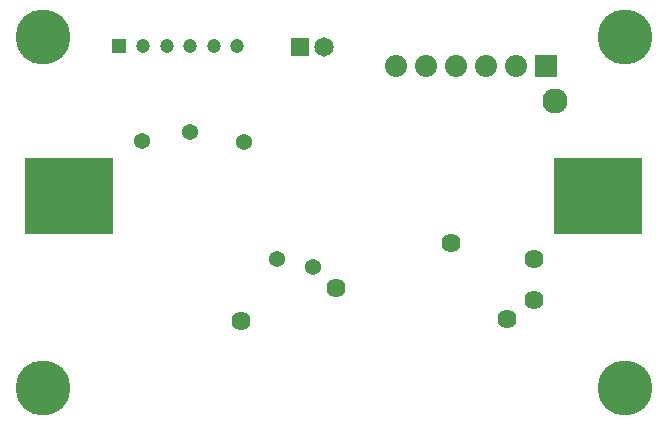
<source format=gbs>
G04*
G04 #@! TF.GenerationSoftware,Altium Limited,Altium Designer,23.4.1 (23)*
G04*
G04 Layer_Color=16711935*
%FSLAX44Y44*%
%MOMM*%
G71*
G04*
G04 #@! TF.SameCoordinates,A0B98803-91D0-4B0B-9526-B44C3162FC5B*
G04*
G04*
G04 #@! TF.FilePolarity,Negative*
G04*
G01*
G75*
%ADD25C,2.1300*%
%ADD26C,4.6500*%
%ADD27C,1.8750*%
%ADD28R,1.8750X1.8750*%
%ADD29R,1.6500X1.6500*%
%ADD30C,1.6500*%
%ADD31C,1.2000*%
%ADD32R,1.2000X1.2000*%
%ADD33C,1.3692*%
%ADD34C,1.6232*%
%ADD46R,7.4900X6.5000*%
D25*
X1205150Y736320D02*
D03*
D26*
X1264920Y492760D02*
D03*
X772160Y789940D02*
D03*
Y492760D02*
D03*
X1264920Y789940D02*
D03*
D27*
X1070610Y765920D02*
D03*
X1096010D02*
D03*
X1121410D02*
D03*
X1146810D02*
D03*
X1172210D02*
D03*
D28*
X1197610D02*
D03*
D29*
X989490Y781470D02*
D03*
D30*
X1009490D02*
D03*
D31*
X936460Y782470D02*
D03*
X916460D02*
D03*
X896460D02*
D03*
X876460D02*
D03*
X856460D02*
D03*
D32*
X836460D02*
D03*
D33*
X1000760Y595630D02*
D03*
X970280Y601980D02*
D03*
X896620Y709930D02*
D03*
X855980Y702310D02*
D03*
X942340Y701040D02*
D03*
D34*
X1187450Y567690D02*
D03*
Y601980D02*
D03*
X1117600Y615950D02*
D03*
X939800Y549910D02*
D03*
X1019810Y577850D02*
D03*
X1164590Y551180D02*
D03*
D46*
X793750Y655320D02*
D03*
X1241850D02*
D03*
M02*

</source>
